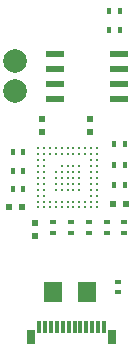
<source format=gbr>
G04 #@! TF.FileFunction,Soldermask,Top*
%FSLAX46Y46*%
G04 Gerber Fmt 4.6, Leading zero omitted, Abs format (unit mm)*
G04 Created by KiCad (PCBNEW 4.0.5+dfsg1-4) date Tue Jul 10 09:58:08 2018*
%MOMM*%
%LPD*%
G01*
G04 APERTURE LIST*
%ADD10C,0.100000*%
%ADD11R,0.500000X0.600000*%
%ADD12R,0.600000X0.500000*%
%ADD13R,1.597660X1.800860*%
%ADD14R,0.400000X1.000000*%
%ADD15R,0.700000X1.150000*%
%ADD16R,0.400000X0.600000*%
%ADD17R,0.600000X0.400000*%
%ADD18R,1.550000X0.600000*%
%ADD19C,0.254000*%
%ADD20C,1.998980*%
G04 APERTURE END LIST*
D10*
D11*
X153570000Y-100510000D03*
X153570000Y-99410000D03*
D12*
X151860000Y-106820000D03*
X150760000Y-106820000D03*
D11*
X157640000Y-100490000D03*
X157640000Y-99390000D03*
D12*
X159580000Y-106550000D03*
X160680000Y-106550000D03*
D11*
X152930000Y-108220000D03*
X152930000Y-109320000D03*
D13*
X157359860Y-114040000D03*
X154520140Y-114040000D03*
D14*
X153300000Y-116990000D03*
X153800000Y-116990000D03*
X154300000Y-116990000D03*
X154800000Y-116990000D03*
X155300000Y-116990000D03*
X155800000Y-116990000D03*
X156300000Y-116990000D03*
X156800000Y-116990000D03*
X157300000Y-116990000D03*
X157800000Y-116990000D03*
X158300000Y-116990000D03*
X158800000Y-116990000D03*
D15*
X152630000Y-117830000D03*
X159470000Y-117820000D03*
D14*
X158800000Y-116990000D03*
X158300000Y-116990000D03*
X157800000Y-116990000D03*
X157300000Y-116990000D03*
X156800000Y-116990000D03*
X155300000Y-116990000D03*
X154800000Y-116990000D03*
X154300000Y-116990000D03*
X153800000Y-116990000D03*
X153300000Y-116990000D03*
D16*
X151970000Y-103790000D03*
X151070000Y-103790000D03*
X151080000Y-102170000D03*
X151980000Y-102170000D03*
X159650000Y-104970000D03*
X160550000Y-104970000D03*
X160550000Y-103270000D03*
X159650000Y-103270000D03*
X159680000Y-101500000D03*
X160580000Y-101500000D03*
D17*
X160490000Y-109010000D03*
X160490000Y-108110000D03*
D16*
X159230000Y-91890000D03*
X160130000Y-91890000D03*
X160120000Y-90270000D03*
X159220000Y-90270000D03*
D17*
X156020000Y-109020000D03*
X156020000Y-108120000D03*
X157510000Y-108100000D03*
X157510000Y-109000000D03*
X159010000Y-108110000D03*
X159010000Y-109010000D03*
X154440000Y-109020000D03*
X154440000Y-108120000D03*
D16*
X151970000Y-105310000D03*
X151070000Y-105310000D03*
D17*
X160020000Y-113150000D03*
X160020000Y-114050000D03*
D18*
X154640000Y-93865000D03*
X154640000Y-95135000D03*
X154640000Y-96405000D03*
X154640000Y-97675000D03*
X160040000Y-97675000D03*
X160040000Y-96405000D03*
X160040000Y-95135000D03*
X160040000Y-93865000D03*
D19*
X153210000Y-101880000D03*
X153710000Y-101880000D03*
X154210000Y-101880000D03*
X154710000Y-101880000D03*
X155210000Y-101880000D03*
X155710000Y-101880000D03*
X156210000Y-101880000D03*
X156710000Y-101880000D03*
X157210000Y-101880000D03*
X157710000Y-101880000D03*
X158210000Y-101880000D03*
X153210000Y-102380000D03*
X153710000Y-102380000D03*
X154210000Y-102380000D03*
X154710000Y-102380000D03*
X155210000Y-102380000D03*
X155710000Y-102380000D03*
X156210000Y-102380000D03*
X156710000Y-102380000D03*
X157210000Y-102380000D03*
X157710000Y-102380000D03*
X158210000Y-102380000D03*
X153210000Y-102880000D03*
X153710000Y-102880000D03*
X157710000Y-102880000D03*
X158210000Y-102880000D03*
X153210000Y-103380000D03*
X153710000Y-103380000D03*
X155210000Y-103380000D03*
X155710000Y-103380000D03*
X156210000Y-103380000D03*
X156710000Y-103380000D03*
X157710000Y-103380000D03*
X158210000Y-103380000D03*
X153210000Y-103880000D03*
X153710000Y-103880000D03*
X154710000Y-103880000D03*
X155210000Y-103880000D03*
X155710000Y-103880000D03*
X156210000Y-103880000D03*
X156710000Y-103880000D03*
X157710000Y-103880000D03*
X158210000Y-103880000D03*
X153210000Y-104380000D03*
X153710000Y-104380000D03*
X154710000Y-104380000D03*
X155210000Y-104380000D03*
X155710000Y-104380000D03*
X156210000Y-104380000D03*
X156710000Y-104380000D03*
X157710000Y-104380000D03*
X158210000Y-104380000D03*
X153210000Y-104880000D03*
X153710000Y-104880000D03*
X154710000Y-104880000D03*
X155210000Y-104880000D03*
X155710000Y-104880000D03*
X156210000Y-104880000D03*
X156710000Y-104880000D03*
X157710000Y-104880000D03*
X158210000Y-104880000D03*
X153210000Y-105380000D03*
X153710000Y-105380000D03*
X154710000Y-105380000D03*
X155210000Y-105380000D03*
X155710000Y-105380000D03*
X156210000Y-105380000D03*
X156710000Y-105380000D03*
X157710000Y-105380000D03*
X158210000Y-105380000D03*
X153210000Y-105880000D03*
X153710000Y-105880000D03*
X157710000Y-105880000D03*
X158210000Y-105880000D03*
X153210000Y-106380000D03*
X153710000Y-106380000D03*
X154210000Y-106380000D03*
X154710000Y-106380000D03*
X155210000Y-106380000D03*
X155710000Y-106380000D03*
X156210000Y-106380000D03*
X156710000Y-106380000D03*
X157210000Y-106380000D03*
X157710000Y-106380000D03*
X158210000Y-106380000D03*
X153210000Y-106880000D03*
X153710000Y-106880000D03*
X154210000Y-106880000D03*
X154710000Y-106880000D03*
X155210000Y-106880000D03*
X155710000Y-106880000D03*
X156210000Y-106880000D03*
X156710000Y-106880000D03*
X157210000Y-106880000D03*
X157710000Y-106880000D03*
X158210000Y-106880000D03*
D20*
X151260000Y-94490000D03*
X151260000Y-97030000D03*
M02*

</source>
